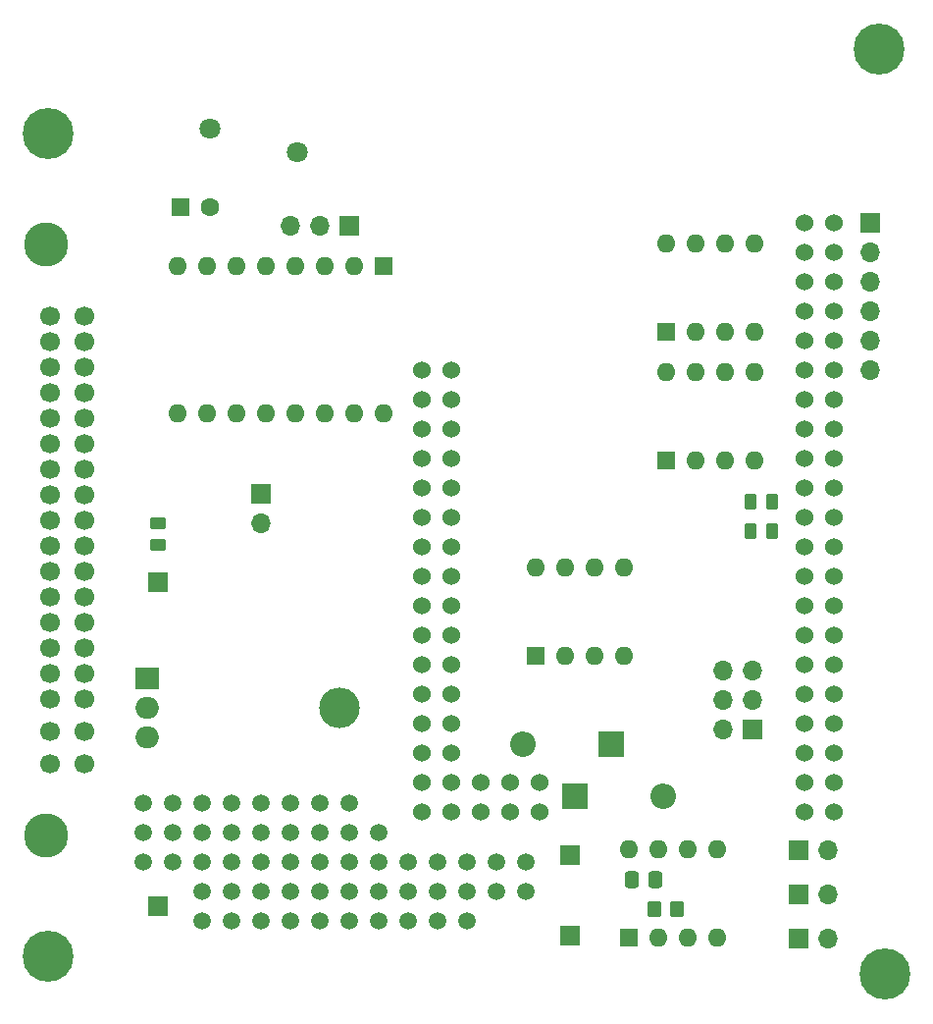
<source format=gbs>
G04 #@! TF.GenerationSoftware,KiCad,Pcbnew,(6.0.1)*
G04 #@! TF.CreationDate,2022-02-06T00:08:44-05:00*
G04 #@! TF.ProjectId,klxecu,6b6c7865-6375-42e6-9b69-6361645f7063,rev?*
G04 #@! TF.SameCoordinates,Original*
G04 #@! TF.FileFunction,Soldermask,Bot*
G04 #@! TF.FilePolarity,Negative*
%FSLAX46Y46*%
G04 Gerber Fmt 4.6, Leading zero omitted, Abs format (unit mm)*
G04 Created by KiCad (PCBNEW (6.0.1)) date 2022-02-06 00:08:44*
%MOMM*%
%LPD*%
G01*
G04 APERTURE LIST*
G04 Aperture macros list*
%AMRoundRect*
0 Rectangle with rounded corners*
0 $1 Rounding radius*
0 $2 $3 $4 $5 $6 $7 $8 $9 X,Y pos of 4 corners*
0 Add a 4 corners polygon primitive as box body*
4,1,4,$2,$3,$4,$5,$6,$7,$8,$9,$2,$3,0*
0 Add four circle primitives for the rounded corners*
1,1,$1+$1,$2,$3*
1,1,$1+$1,$4,$5*
1,1,$1+$1,$6,$7*
1,1,$1+$1,$8,$9*
0 Add four rect primitives between the rounded corners*
20,1,$1+$1,$2,$3,$4,$5,0*
20,1,$1+$1,$4,$5,$6,$7,0*
20,1,$1+$1,$6,$7,$8,$9,0*
20,1,$1+$1,$8,$9,$2,$3,0*%
G04 Aperture macros list end*
%ADD10C,4.400000*%
%ADD11C,1.500000*%
%ADD12R,1.700000X1.700000*%
%ADD13O,1.700000X1.700000*%
%ADD14O,3.500000X3.500000*%
%ADD15R,2.000000X1.905000*%
%ADD16O,2.000000X1.905000*%
%ADD17R,1.600000X1.600000*%
%ADD18O,1.600000X1.600000*%
%ADD19C,1.524000*%
%ADD20C,1.800000*%
%ADD21RoundRect,0.250000X0.450000X-0.262500X0.450000X0.262500X-0.450000X0.262500X-0.450000X-0.262500X0*%
%ADD22RoundRect,0.250000X-0.350000X-0.450000X0.350000X-0.450000X0.350000X0.450000X-0.350000X0.450000X0*%
%ADD23RoundRect,0.250000X0.262500X0.450000X-0.262500X0.450000X-0.262500X-0.450000X0.262500X-0.450000X0*%
%ADD24O,2.200000X2.200000*%
%ADD25R,2.200000X2.200000*%
%ADD26C,1.600000*%
%ADD27RoundRect,0.250000X-0.337500X-0.475000X0.337500X-0.475000X0.337500X0.475000X-0.337500X0.475000X0*%
%ADD28C,3.800000*%
%ADD29C,1.700000*%
G04 APERTURE END LIST*
D10*
X101600000Y-36576000D03*
X102108000Y-116332000D03*
D11*
X50800000Y-101600000D03*
X48260000Y-101600000D03*
X45720000Y-101600000D03*
X38100000Y-101600000D03*
X40640000Y-101600000D03*
X71120000Y-109220000D03*
X71120000Y-106680000D03*
X68579523Y-109220000D03*
X68579523Y-106671449D03*
X66030973Y-111750973D03*
X66040000Y-109220000D03*
X66040000Y-106680000D03*
X63500000Y-111760000D03*
X63482423Y-109219999D03*
X63500000Y-106680000D03*
X60960000Y-111760000D03*
X60960000Y-109220000D03*
X60960000Y-106680000D03*
X58420000Y-111760000D03*
X58420000Y-109220000D03*
X55880000Y-111760000D03*
X55880000Y-109220000D03*
X53330259Y-111759285D03*
X53340000Y-109220000D03*
X50800000Y-111760000D03*
X50800000Y-109220000D03*
X48260000Y-111760000D03*
X48241947Y-109201947D03*
X45710973Y-109201947D03*
X45710973Y-111759285D03*
X43180000Y-111760000D03*
X43153635Y-109201947D03*
X58418571Y-104139999D03*
X58420000Y-106680000D03*
X55880000Y-106680000D03*
X53330259Y-106670973D03*
X50800000Y-106680000D03*
X48260000Y-106680000D03*
X45720000Y-106680000D03*
X43180000Y-106680000D03*
X40640000Y-106680000D03*
X38100000Y-106680000D03*
X38100000Y-104140000D03*
X40640000Y-104140000D03*
X43180000Y-104140000D03*
X45720000Y-104140000D03*
X48260000Y-104140000D03*
X50800000Y-104140000D03*
X53340000Y-104140000D03*
X55880000Y-104140000D03*
X55880000Y-101600000D03*
X53340000Y-101600000D03*
X43180000Y-101600000D03*
D12*
X39370000Y-110490000D03*
X74930000Y-113030000D03*
X74930000Y-106045000D03*
X94610000Y-109422500D03*
D13*
X97150000Y-109422500D03*
D12*
X94610000Y-113232500D03*
D13*
X97150000Y-113232500D03*
X97150000Y-105612500D03*
D12*
X94610000Y-105612500D03*
D14*
X55055000Y-93345000D03*
D15*
X38395000Y-90805000D03*
D16*
X38395000Y-93345000D03*
X38395000Y-95885000D03*
D17*
X58814022Y-55245000D03*
D18*
X56274022Y-55245000D03*
X53734022Y-55245000D03*
X51194022Y-55245000D03*
X48654022Y-55245000D03*
X46114022Y-55245000D03*
X43574022Y-55245000D03*
X41034022Y-55245000D03*
X41034022Y-67945000D03*
X43574022Y-67945000D03*
X46114022Y-67945000D03*
X48654022Y-67945000D03*
X51194022Y-67945000D03*
X53734022Y-67945000D03*
X56274022Y-67945000D03*
X58814022Y-67945000D03*
D17*
X80020000Y-113222500D03*
D18*
X82560000Y-113222500D03*
X85100000Y-113222500D03*
X87640000Y-113222500D03*
X87640000Y-105602500D03*
X85100000Y-105602500D03*
X82560000Y-105602500D03*
X80020000Y-105602500D03*
D19*
X95129511Y-51555489D03*
X97669511Y-51555489D03*
X97669511Y-64255489D03*
X95129511Y-64255489D03*
X97669511Y-61715489D03*
X97669511Y-54095489D03*
X95129511Y-54095489D03*
X72269511Y-99815489D03*
X72269511Y-102355489D03*
X69729511Y-99815489D03*
X69729511Y-102355489D03*
X67189511Y-99815489D03*
X67189511Y-102355489D03*
X64649511Y-102355489D03*
X62109511Y-102355489D03*
X64649511Y-99815489D03*
X62109511Y-99815489D03*
X64649511Y-97275489D03*
X62109511Y-97275489D03*
X64649511Y-94735489D03*
X62109511Y-94735489D03*
X64649511Y-92195489D03*
X62109511Y-92195489D03*
X64649511Y-89655489D03*
X62109511Y-89655489D03*
X64649511Y-87115489D03*
X62109511Y-87115489D03*
X64649511Y-84575489D03*
X62109511Y-84575489D03*
X97669511Y-102355489D03*
X95129511Y-102355489D03*
X97669511Y-99815489D03*
X95129511Y-99815489D03*
X97669511Y-97275489D03*
X95129511Y-97275489D03*
X97669511Y-94735489D03*
X95129511Y-94735489D03*
X97669511Y-92195489D03*
X95129511Y-92195489D03*
X97669511Y-89655489D03*
X95129511Y-89655489D03*
X97669511Y-87115489D03*
X95129511Y-87115489D03*
X97669511Y-84575489D03*
X95129511Y-84575489D03*
X97669511Y-82035489D03*
X95129511Y-82035489D03*
X97669511Y-79495489D03*
X95129511Y-79495489D03*
X97669511Y-76955489D03*
X95129511Y-76955489D03*
X97669511Y-74415489D03*
X95129511Y-74415489D03*
X97669511Y-71875489D03*
X95129511Y-71875489D03*
X97669511Y-69335489D03*
X95129511Y-69335489D03*
X97669511Y-66795489D03*
X95129511Y-66795489D03*
X95129511Y-61715489D03*
X64649511Y-82035489D03*
X62109511Y-82035489D03*
X64649511Y-79495489D03*
X62109511Y-79495489D03*
X64649511Y-76955489D03*
X62109511Y-76955489D03*
X64649511Y-74415489D03*
X62109511Y-74415489D03*
X64649511Y-71875489D03*
X62109511Y-71875489D03*
X64649511Y-69335489D03*
X62109511Y-69335489D03*
X64649511Y-66795489D03*
X62109511Y-66795489D03*
X64649511Y-64255489D03*
X62109511Y-64255489D03*
X95129511Y-56635489D03*
X97669511Y-56635489D03*
X95129511Y-59175489D03*
X97669511Y-59175489D03*
D20*
X51375000Y-45450000D03*
X43875000Y-43450000D03*
D21*
X39370000Y-77470000D03*
X39370000Y-79295000D03*
D22*
X82185000Y-110692500D03*
X84185000Y-110692500D03*
D23*
X92352500Y-78105000D03*
X90527500Y-78105000D03*
X92352500Y-75565000D03*
X90527500Y-75565000D03*
D12*
X48260000Y-74930000D03*
D13*
X48260000Y-77470000D03*
X50785000Y-51816000D03*
X53325000Y-51816000D03*
D12*
X55865000Y-51816000D03*
X39370000Y-82550000D03*
D18*
X71959511Y-81260489D03*
X74499511Y-81260489D03*
X77039511Y-81260489D03*
X79579511Y-81260489D03*
X79579511Y-88880489D03*
X77039511Y-88880489D03*
X74499511Y-88880489D03*
D17*
X71959511Y-88880489D03*
D18*
X83195000Y-53330000D03*
X85735000Y-53330000D03*
X88275000Y-53330000D03*
X90815000Y-53330000D03*
X90815000Y-60950000D03*
X88275000Y-60950000D03*
X85735000Y-60950000D03*
D17*
X83195000Y-60950000D03*
D12*
X100844511Y-51555489D03*
D13*
X100844511Y-54095489D03*
X100844511Y-56635489D03*
X100844511Y-59175489D03*
X100844511Y-61715489D03*
X100844511Y-64255489D03*
D12*
X90684511Y-95235000D03*
D13*
X88144511Y-95235000D03*
X90684511Y-92695000D03*
X88144511Y-92695000D03*
X90684511Y-90155000D03*
X88144511Y-90155000D03*
D17*
X83195000Y-72077500D03*
D18*
X85735000Y-72077500D03*
X88275000Y-72077500D03*
X90815000Y-72077500D03*
X90815000Y-64457500D03*
X88275000Y-64457500D03*
X85735000Y-64457500D03*
X83195000Y-64457500D03*
D24*
X82944022Y-100965000D03*
D25*
X75324022Y-100965000D03*
X78499022Y-96520000D03*
D24*
X70879022Y-96520000D03*
D26*
X43839887Y-50165000D03*
D17*
X41339887Y-50165000D03*
D27*
X82317500Y-108152500D03*
X80242500Y-108152500D03*
D28*
X29720000Y-104400000D03*
X29720000Y-53400000D03*
D29*
X33020000Y-59600000D03*
X33020000Y-61800000D03*
X33020000Y-64000000D03*
X33020000Y-66200000D03*
X33020000Y-68400000D03*
X33020000Y-70600000D03*
X33020000Y-72800000D03*
X33020000Y-75000000D03*
X33020000Y-77200000D03*
X33020000Y-79400000D03*
X33020000Y-81600000D03*
X33020000Y-83800000D03*
X33020000Y-86000000D03*
X33020000Y-88200000D03*
X33020000Y-90400000D03*
X33020000Y-92600000D03*
X33020000Y-95400000D03*
X33020000Y-98200000D03*
X30020000Y-59600000D03*
X30020000Y-61800000D03*
X30020000Y-64000000D03*
X30020000Y-66200000D03*
X30020000Y-68400000D03*
X30020000Y-70600000D03*
X30020000Y-72800000D03*
X30020000Y-75000000D03*
X30020000Y-77200000D03*
X30020000Y-79400000D03*
X30020000Y-81600000D03*
X30020000Y-83800000D03*
X30020000Y-86000000D03*
X30020000Y-88200000D03*
X30020000Y-90400000D03*
X30020000Y-92600000D03*
X30020000Y-95400000D03*
X30020000Y-98200000D03*
D10*
X29845000Y-43815000D03*
X29845000Y-114808000D03*
M02*

</source>
